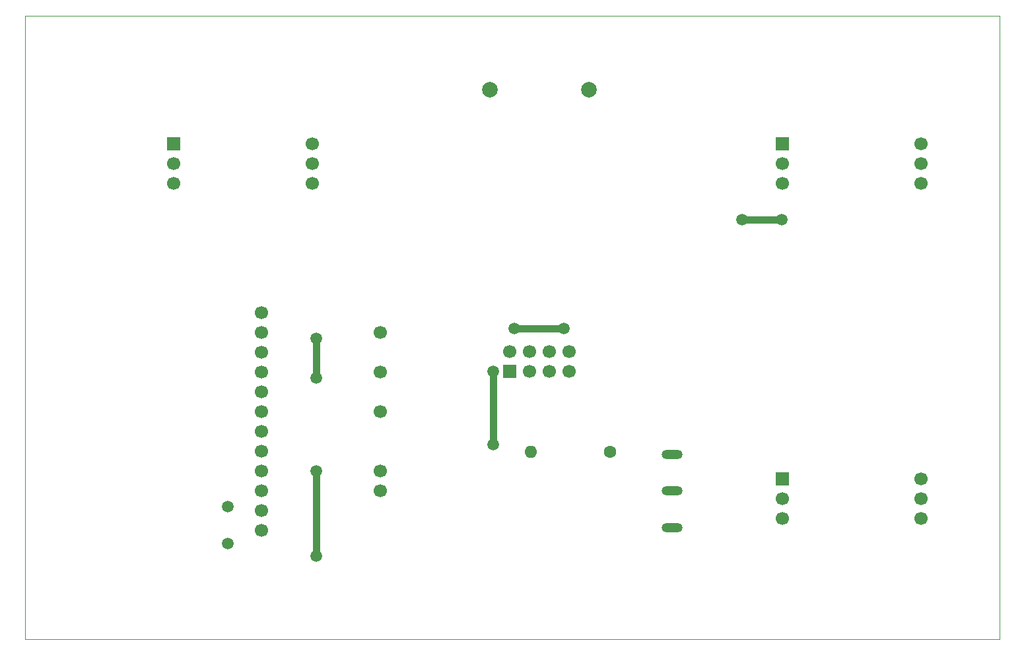
<source format=gbr>
%TF.GenerationSoftware,KiCad,Pcbnew,6.0.11+dfsg-1*%
%TF.CreationDate,2024-04-17T23:55:34+03:00*%
%TF.ProjectId,remote,72656d6f-7465-42e6-9b69-6361645f7063,rev?*%
%TF.SameCoordinates,Original*%
%TF.FileFunction,Copper,L1,Top*%
%TF.FilePolarity,Positive*%
%FSLAX46Y46*%
G04 Gerber Fmt 4.6, Leading zero omitted, Abs format (unit mm)*
G04 Created by KiCad (PCBNEW 6.0.11+dfsg-1) date 2024-04-17 23:55:34*
%MOMM*%
%LPD*%
G01*
G04 APERTURE LIST*
%TA.AperFunction,Profile*%
%ADD10C,0.100000*%
%TD*%
%TA.AperFunction,ComponentPad*%
%ADD11R,1.700000X1.700000*%
%TD*%
%TA.AperFunction,ComponentPad*%
%ADD12C,1.700000*%
%TD*%
%TA.AperFunction,ComponentPad*%
%ADD13C,2.000000*%
%TD*%
%TA.AperFunction,ComponentPad*%
%ADD14C,1.500000*%
%TD*%
%TA.AperFunction,ComponentPad*%
%ADD15O,2.700000X1.200000*%
%TD*%
%TA.AperFunction,ComponentPad*%
%ADD16C,1.600000*%
%TD*%
%TA.AperFunction,ComponentPad*%
%ADD17O,1.600000X1.600000*%
%TD*%
%TA.AperFunction,ViaPad*%
%ADD18C,1.500000*%
%TD*%
%TA.AperFunction,Conductor*%
%ADD19C,0.900000*%
%TD*%
G04 APERTURE END LIST*
D10*
X49000000Y-97000000D02*
X174000000Y-97000000D01*
X174000000Y-97000000D02*
X174000000Y-177000000D01*
X174000000Y-177000000D02*
X49000000Y-177000000D01*
X49000000Y-177000000D02*
X49000000Y-97000000D01*
D11*
%TO.P,U1,1,GND*%
%TO.N,GND*%
X111190000Y-142627500D03*
D12*
%TO.P,U1,2,VCC*%
%TO.N,+3.3V*%
X111190000Y-140087500D03*
%TO.P,U1,3,CE*%
%TO.N,/CE*%
X113730000Y-142627500D03*
%TO.P,U1,4,CSN*%
%TO.N,/CSN*%
X113730000Y-140087500D03*
%TO.P,U1,5,SCK*%
%TO.N,/SCK*%
X116270000Y-142627500D03*
%TO.P,U1,6,MOSI*%
%TO.N,/MOSI*%
X116270000Y-140087500D03*
%TO.P,U1,7,MISO*%
%TO.N,/MISO*%
X118810000Y-142627500D03*
%TO.P,U1,8,IRQ*%
%TO.N,unconnected-(U1-Pad8)*%
X118810000Y-140087500D03*
D13*
%TO.P,U1,9,GND*%
%TO.N,GND*%
X121350000Y-106452500D03*
%TO.P,U1,10,GND*%
X108650000Y-106452500D03*
%TD*%
D12*
%TO.P,U2,3,GND*%
%TO.N,GND*%
X94620000Y-157985000D03*
%TO.P,U2,4,GND*%
X94620000Y-155445000D03*
%TO.P,U2,7,D4/A6*%
%TO.N,/BTN*%
X94620000Y-147825000D03*
%TO.P,U2,9,D6/A7*%
%TO.N,/TMB*%
X94620000Y-142745000D03*
%TO.P,U2,11,D8/A8*%
%TO.N,/CE*%
X94620000Y-137665000D03*
%TO.P,U2,13,D10/A10*%
%TO.N,/CSN*%
X79380000Y-135125000D03*
%TO.P,U2,14,D16*%
%TO.N,/MOSI*%
X79380000Y-137665000D03*
%TO.P,U2,15,D14*%
%TO.N,/MISO*%
X79380000Y-140205000D03*
%TO.P,U2,16,D15*%
%TO.N,/SCK*%
X79380000Y-142745000D03*
%TO.P,U2,17,A0*%
%TO.N,/Z*%
X79380000Y-145285000D03*
%TO.P,U2,18,A1*%
%TO.N,/Y*%
X79380000Y-147825000D03*
%TO.P,U2,19,A2*%
%TO.N,/X*%
X79380000Y-150365000D03*
%TO.P,U2,20,A3*%
%TO.N,/POT*%
X79380000Y-152905000D03*
%TO.P,U2,21,VCC*%
%TO.N,+3.3V*%
X79380000Y-155445000D03*
%TO.P,U2,22,RST*%
%TO.N,unconnected-(U2-Pad22)*%
X79380000Y-157985000D03*
%TO.P,U2,23,GND*%
%TO.N,GND*%
X79380000Y-160525000D03*
%TO.P,U2,24,RAW*%
%TO.N,Net-(U2-Pad24)*%
X79380000Y-163065000D03*
%TD*%
D14*
%TO.P,X1.2,1*%
%TO.N,GND*%
X75000000Y-160000000D03*
%TD*%
D15*
%TO.P,S1,1*%
%TO.N,/TMB*%
X132000000Y-158000000D03*
%TO.P,S1,2*%
%TO.N,GND*%
X132000000Y-162700000D03*
%TO.P,S1,3*%
%TO.N,Net-(R1-Pad1)*%
X132000000Y-153300000D03*
%TD*%
D14*
%TO.P,X1.1,1*%
%TO.N,Net-(U2-Pad24)*%
X75000000Y-164730000D03*
%TD*%
D11*
%TO.P,U5,1,V*%
%TO.N,+3.3V*%
X68110000Y-113460000D03*
D12*
%TO.P,U5,2,S*%
%TO.N,/POT*%
X68110000Y-116000000D03*
%TO.P,U5,3,G*%
%TO.N,GND*%
X68110000Y-118540000D03*
%TO.P,U5,4,NC*%
%TO.N,unconnected-(U5-Pad4)*%
X85890000Y-118540000D03*
%TO.P,U5,5,NC*%
%TO.N,unconnected-(U5-Pad5)*%
X85890000Y-116000000D03*
%TO.P,U5,6,NC*%
%TO.N,unconnected-(U5-Pad6)*%
X85890000Y-113460000D03*
%TD*%
D11*
%TO.P,U4,1,NC*%
%TO.N,unconnected-(U4-Pad1)*%
X146110000Y-113460000D03*
D12*
%TO.P,U4,2,Z*%
%TO.N,/Z*%
X146110000Y-116000000D03*
%TO.P,U4,3,Y*%
%TO.N,/Y*%
X146110000Y-118540000D03*
%TO.P,U4,4,G*%
%TO.N,GND*%
X163890000Y-118540000D03*
%TO.P,U4,5,V*%
%TO.N,+3.3V*%
X163890000Y-116000000D03*
%TO.P,U4,6,X*%
%TO.N,/X*%
X163890000Y-113460000D03*
%TD*%
D16*
%TO.P,R1,1*%
%TO.N,Net-(R1-Pad1)*%
X124080000Y-153000000D03*
D17*
%TO.P,R1,2*%
%TO.N,+3.3V*%
X113920000Y-153000000D03*
%TD*%
D11*
%TO.P,U3,1,V*%
%TO.N,+3.3V*%
X146110000Y-156460000D03*
D12*
%TO.P,U3,2,S*%
%TO.N,/BTN*%
X146110000Y-159000000D03*
%TO.P,U3,3,G*%
%TO.N,GND*%
X146110000Y-161540000D03*
%TO.P,U3,4,NC*%
%TO.N,unconnected-(U3-Pad4)*%
X163890000Y-161540000D03*
%TO.P,U3,5,NC*%
%TO.N,unconnected-(U3-Pad5)*%
X163890000Y-159000000D03*
%TO.P,U3,6,NC*%
%TO.N,unconnected-(U3-Pad6)*%
X163890000Y-156460000D03*
%TD*%
D18*
%TO.N,+3.3V*%
X111760000Y-137160000D03*
X86360000Y-166370000D03*
X86360000Y-155445000D03*
X118110000Y-137160000D03*
%TO.N,GND*%
X109093000Y-152019000D03*
X109093000Y-142621000D03*
%TO.N,/SCK*%
X86360000Y-138430000D03*
X86360000Y-143510000D03*
%TO.N,/Y*%
X140970000Y-123190000D03*
X146050000Y-123190000D03*
%TD*%
D19*
%TO.N,+3.3V*%
X86360000Y-166370000D02*
X86360000Y-155445000D01*
X111760000Y-137160000D02*
X118110000Y-137160000D01*
%TO.N,GND*%
X109093000Y-152019000D02*
X109093000Y-142621000D01*
%TO.N,/SCK*%
X86360000Y-143510000D02*
X86360000Y-138430000D01*
%TO.N,/Y*%
X140970000Y-123190000D02*
X146050000Y-123190000D01*
%TD*%
M02*

</source>
